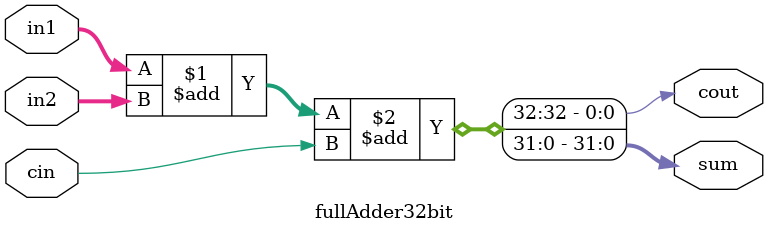
<source format=v>
module fullAdder32bit(output cout, output [31:0] sum, input [31:0] in1, input [31:0] in2, input cin);
    assign {cout,sum}=in1+in2+cin;
endmodule
</source>
